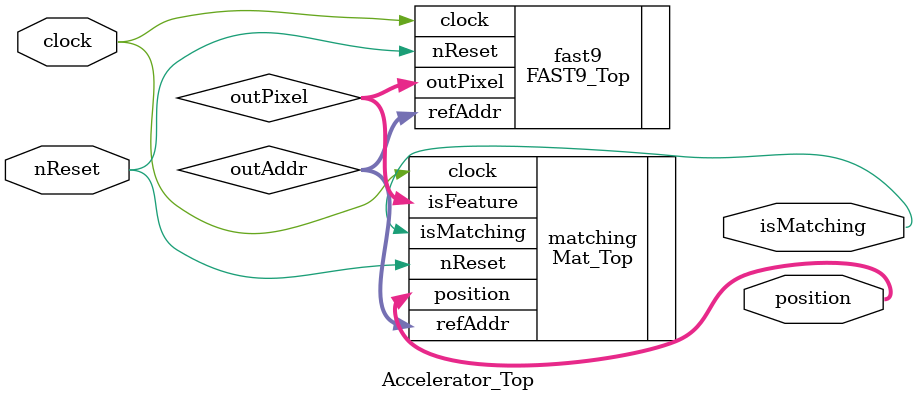
<source format=v>
module Accelerator_Top (clock, nReset, position, isMatching);
	input clock;
	input nReset;
	output [239:0] position;
	output isMatching;
	
	wire [14:0] outAddr;
	wire [7:0] outPixel;

	FAST9_Top fast9(
		.clock(clock),
		.nReset(nReset),
		.refAddr(outAddr),
		.outPixel(outPixel)
	);
	
	Mat_Top matching(
		.clock(clock),
		.nReset(nReset),
		.refAddr(outAddr),
		.isFeature(outPixel),
		.position(position),
		.isMatching(isMatching)
	);
endmodule 
</source>
